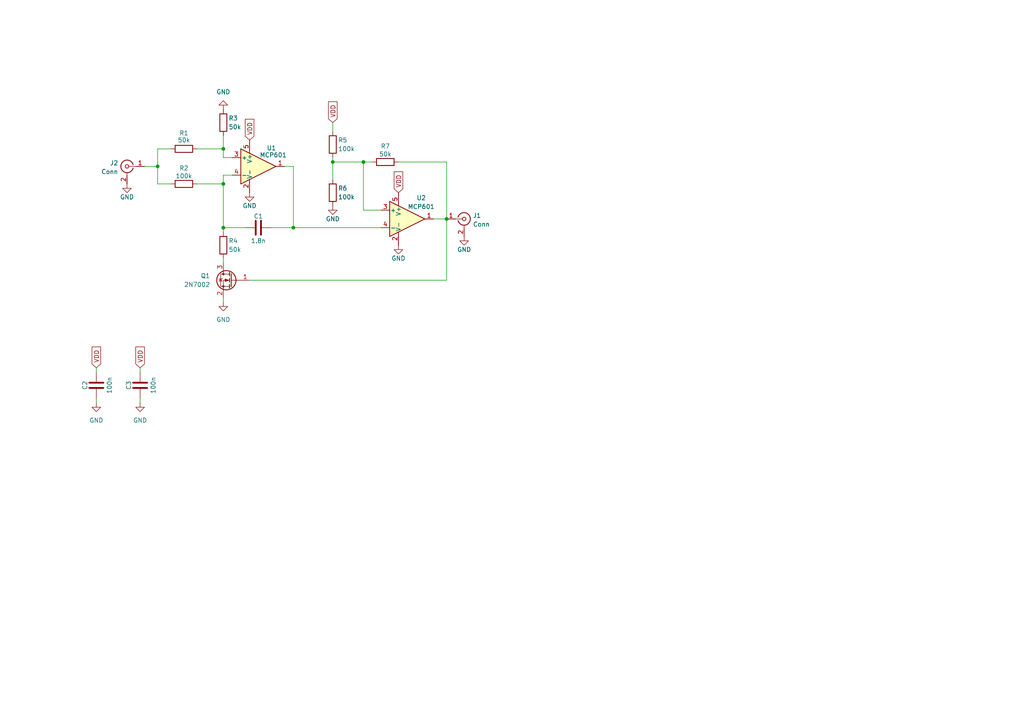
<source format=kicad_sch>
(kicad_sch (version 20250114) (generator "eeschema") (generator_version "9.0")
  (paper "A4")
  (lib_symbols
    (symbol "Amplifier_Operational:MCP601-xOT" (pin_names (offset 0.127))
      (property "Reference" "U" (at -1.27 6.35 0))
      (property "Value" "MCP601-xOT" (at -1.27 3.81 0))
      (symbol "MCP601-xOT_0_1"
        (polyline (pts (xy -5.08 5.08) (xy 5.08 0) (xy -5.08 -5.08) (xy -5.08 5.08)) (stroke (width 0.254)) (fill (type background)))
        (pin power_in line (at -2.54 7.62 270) (length 3.81) (name "V+") (number "5"))
        (pin power_in line (at -2.54 -7.62 90) (length 3.81) (name "V-") (number "2"))
      )
      (symbol "MCP601-xOT_1_1"
        (pin input line (at -7.62 2.54 0) (length 2.54) (name "+") (number "3"))
        (pin input line (at -7.62 -2.54 0) (length 2.54) (name "-") (number "4"))
        (pin output line (at 7.62 0 180) (length 2.54) (name "~") (number "1"))
      )
    )
    (symbol "Connector:Conn_Coaxial" (pin_names (offset 1.016) (hide yes))
      (property "Reference" "J" (at 0.254 3.048 0))
      (property "Value" "Conn_Coaxial" (at 2.921 0 90))
      (symbol "Conn_Coaxial_0_1"
        (polyline (pts (xy -2.54 0) (xy -0.508 0)))
        (arc (start 1.778 0) (mid 0.222 -1.8079) (end -1.778 -0.508) (stroke (width 0.254)))
        (arc (start -1.778 0.508) (mid 0.2221 1.8084) (end 1.778 0) (stroke (width 0.254)))
        (circle (center 0 0) (radius 0.508) (stroke (width 0.2032)))
        (polyline (pts (xy 0 -2.54) (xy 0 -1.778)))
      )
      (symbol "Conn_Coaxial_1_1"
        (pin passive line (at -5.08 0 0) (length 2.54) (name "In") (number "1"))
        (pin passive line (at 0 -5.08 90) (length 2.54) (name "Ext") (number "2"))
      )
    )
    (symbol "Device:C" (pin_numbers (hide yes)) (pin_names (offset 0.254))
      (property "Reference" "C" (at 0.635 2.54 0))
      (property "Value" "C" (at 0.635 -2.54 0))
      (symbol "C_0_1"
        (polyline (pts (xy -2.032 0.762) (xy 2.032 0.762)) (stroke (width 0.508)))
        (polyline (pts (xy -2.032 -0.762) (xy 2.032 -0.762)) (stroke (width 0.508)))
      )
      (symbol "C_1_1"
        (pin passive line (at 0 3.81 270) (length 2.794) (name "~") (number "1"))
        (pin passive line (at 0 -3.81 90) (length 2.794) (name "~") (number "2"))
      )
    )
    (symbol "Device:R" (pin_numbers (hide yes)) (pin_names (offset 0))
      (property "Reference" "R" (at 2.032 0 90))
      (property "Value" "R" (at 0 0 90))
      (symbol "R_0_1"
        (rectangle (start -1.016 -2.54) (end 1.016 2.54) (stroke (width 0.254)))
      )
      (symbol "R_1_1"
        (pin passive line (at 0 3.81 270) (length 1.27) (name "~") (number "1"))
        (pin passive line (at 0 -3.81 90) (length 1.27) (name "~") (number "2"))
      )
    )
    (symbol "Transistor_FET:2N7002" (pin_names (hide yes))
      (property "Reference" "Q" (at 5.08 1.905 0))
      (property "Value" "2N7002" (at 5.08 0 0))
      (symbol "2N7002_0_1"
        (polyline (pts (xy 0.254 1.905) (xy 0.254 -1.905)) (stroke (width 0.254)))
        (polyline (pts (xy 0.254 0) (xy -2.54 0)))
        (polyline (pts (xy 0.762 2.286) (xy 0.762 1.27)) (stroke (width 0.254)))
        (polyline (pts (xy 0.762 0.508) (xy 0.762 -0.508)) (stroke (width 0.254)))
        (polyline (pts (xy 0.762 -1.27) (xy 0.762 -2.286)) (stroke (width 0.254)))
        (polyline (pts (xy 0.762 -1.778) (xy 3.302 -1.778) (xy 3.302 1.778) (xy 0.762 1.778)))
        (polyline (pts (xy 1.016 0) (xy 2.032 0.381) (xy 2.032 -0.381) (xy 1.016 0)) (fill (type outline)))
        (circle (center 1.651 0) (radius 2.794) (stroke (width 0.254)))
        (polyline (pts (xy 2.54 2.54) (xy 2.54 1.778)))
        (circle (center 2.54 1.778) (radius 0.254) (fill (type outline)))
        (circle (center 2.54 -1.778) (radius 0.254) (fill (type outline)))
        (polyline (pts (xy 2.54 -2.54) (xy 2.54 0) (xy 0.762 0)))
        (polyline (pts (xy 2.794 0.508) (xy 2.921 0.381) (xy 3.683 0.381) (xy 3.81 0.254)))
        (polyline (pts (xy 3.302 0.381) (xy 2.921 -0.254) (xy 3.683 -0.254) (xy 3.302 0.381)))
      )
      (symbol "2N7002_1_1"
        (pin input line (at -5.08 0 0) (length 2.54) (name "G") (number "1"))
        (pin passive line (at 2.54 5.08 270) (length 2.54) (name "D") (number "3"))
        (pin passive line (at 2.54 -5.08 90) (length 2.54) (name "S") (number "2"))
      )
    )
    (symbol "power:GND" (power) (pin_numbers (hide yes)) (pin_names (offset 0) (hide yes))
      (property "Value" "GND" (at 0 -3.81 0))
      (symbol "GND_0_1"
        (polyline (pts (xy 0 0) (xy 0 -1.27) (xy 1.27 -1.27) (xy 0 -2.54) (xy -1.27 -1.27) (xy 0 -1.27)))
      )
      (symbol "GND_1_1"
        (pin power_in line (at 0 0 270) (length 0) (name "~") (number "1"))
      )
    )
  )
  (junction (at 85.09 66.04))
  (junction (at 129.54 63.5))
  (junction (at 64.77 66.04))
  (junction (at 64.77 53.34))
  (junction (at 45.72 48.26))
  (junction (at 105.41 46.99))
  (junction (at 64.77 43.18))
  (junction (at 96.52 46.99))
  (wire (pts (xy 40.64 115.57) (xy 40.64 116.84)))
  (wire (pts (xy 105.41 46.99) (xy 107.95 46.99)))
  (wire (pts (xy 85.09 66.04) (xy 110.49 66.04)))
  (wire (pts (xy 45.72 48.26) (xy 45.72 53.34)))
  (wire (pts (xy 40.64 106.68) (xy 40.64 107.95)))
  (wire (pts (xy 96.52 46.99) (xy 96.52 52.07)))
  (wire (pts (xy 64.77 66.04) (xy 64.77 53.34)))
  (wire (pts (xy 41.91 48.26) (xy 45.72 48.26)))
  (wire (pts (xy 27.94 106.68) (xy 27.94 107.95)))
  (wire (pts (xy 64.77 76.2) (xy 64.77 74.93)))
  (wire (pts (xy 71.12 66.04) (xy 64.77 66.04)))
  (wire (pts (xy 105.41 60.96) (xy 110.49 60.96)))
  (wire (pts (xy 64.77 66.04) (xy 64.77 67.31)))
  (wire (pts (xy 96.52 38.1) (xy 96.52 35.56)))
  (wire (pts (xy 85.09 66.04) (xy 85.09 48.26)))
  (wire (pts (xy 85.09 48.26) (xy 82.55 48.26)))
  (wire (pts (xy 129.54 81.28) (xy 129.54 63.5)))
  (wire (pts (xy 115.57 46.99) (xy 129.54 46.99)))
  (wire (pts (xy 96.52 45.72) (xy 96.52 46.99)))
  (wire (pts (xy 27.94 115.57) (xy 27.94 116.84)))
  (wire (pts (xy 129.54 46.99) (xy 129.54 63.5)))
  (wire (pts (xy 67.31 45.72) (xy 64.77 45.72)))
  (wire (pts (xy 45.72 43.18) (xy 49.53 43.18)))
  (wire (pts (xy 78.74 66.04) (xy 85.09 66.04)))
  (wire (pts (xy 64.77 50.8) (xy 64.77 53.34)))
  (wire (pts (xy 67.31 50.8) (xy 64.77 50.8)))
  (wire (pts (xy 64.77 39.37) (xy 64.77 43.18)))
  (wire (pts (xy 49.53 53.34) (xy 45.72 53.34)))
  (wire (pts (xy 64.77 86.36) (xy 64.77 87.63)))
  (wire (pts (xy 96.52 46.99) (xy 105.41 46.99)))
  (wire (pts (xy 45.72 43.18) (xy 45.72 48.26)))
  (wire (pts (xy 57.15 53.34) (xy 64.77 53.34)))
  (wire (pts (xy 64.77 43.18) (xy 64.77 45.72)))
  (wire (pts (xy 105.41 46.99) (xy 105.41 60.96)))
  (wire (pts (xy 72.39 81.28) (xy 129.54 81.28)))
  (wire (pts (xy 125.73 63.5) (xy 129.54 63.5)))
  (wire (pts (xy 57.15 43.18) (xy 64.77 43.18)))
  (global_label "VDD" (shape input) (at 115.57 55.88 90) (property "Intersheetrefs" "${INTERSHEET_REFS}" (effects (hide yes))))
  (global_label "VDD" (shape input) (at 96.52 35.56 90) (property "Intersheetrefs" "${INTERSHEET_REFS}" (effects (hide yes))))
  (global_label "VDD" (shape input) (at 72.39 40.64 90) (property "Intersheetrefs" "${INTERSHEET_REFS}" (effects (hide yes))))
  (global_label "VDD" (shape input) (at 27.94 106.68 90) (property "Intersheetrefs" "${INTERSHEET_REFS}" (effects (hide yes))))
  (global_label "VDD" (shape input) (at 40.64 106.68 90) (property "Intersheetrefs" "${INTERSHEET_REFS}" (effects (hide yes))))
  (symbol (lib_id "Amplifier_Operational:MCP601-xOT") (at 118.11 63.5 0) (unit 1)
    (property "Reference" "U2" (at 122.174 57.404 0))
    (property "Value" "MCP601" (at 122.174 59.944 0))
    (property "Footprint" "Package_TO_SOT_SMD:SOT-23-5_HandSoldering" (effects (hide yes)))
    (property "Datasheet" "http://ww1.microchip.com/downloads/en/DeviceDoc/21314g.pdf" (effects (hide yes)))
    (property "Description" "Single 2.7V to 6.0V Single Supply CMOS Op Amps, SOT-23-5" (effects (hide yes)))
  )
  (symbol (lib_id "Device:R") (at 53.34 43.18 90) (unit 1)
    (property "Reference" "R1" (at 53.34 38.608 90))
    (property "Value" "50k" (at 53.34 40.64 90))
    (property "Footprint" "Resistor_SMD:R_0805_2012Metric_Pad1.20x1.40mm_HandSolder" (effects (hide yes)))
    (property "Description" "Resistor" (effects (hide yes)))
  )
  (symbol (lib_id "Device:C") (at 27.94 111.76 180) (unit 1)
    (property "Reference" "C2" (at 24.638 111.76 90))
    (property "Value" "100n" (at 31.75 111.76 90))
    (property "Footprint" "Capacitor_SMD:C_0805_2012Metric" (effects (hide yes)))
    (property "Description" "Unpolarized capacitor" (effects (hide yes)))
  )
  (symbol (lib_id "Device:C") (at 74.93 66.04 90) (unit 1)
    (property "Reference" "C1" (at 74.93 62.738 90))
    (property "Value" "1.8n" (at 74.93 69.85 90))
    (property "Footprint" "Capacitor_SMD:C_0805_2012Metric" (effects (hide yes)))
    (property "Description" "Unpolarized capacitor" (effects (hide yes)))
  )
  (symbol (lib_id "power:GND") (at 72.39 55.88 0) (unit 1)
    (property "Reference" "#PWR04" (effects (hide yes)))
    (property "Value" "GND" (at 72.39 59.69 0))
    (property "Description" "Power symbol creates a global label with name \"GND\" , ground" (effects (hide yes)))
  )
  (symbol (lib_id "power:GND") (at 40.64 116.84 0) (unit 1)
    (property "Reference" "#PWR09" (effects (hide yes)))
    (property "Value" "GND" (at 40.64 121.92 0))
    (property "Description" "Power symbol creates a global label with name \"GND\" , ground" (effects (hide yes)))
  )
  (symbol (lib_id "Connector:Conn_Coaxial") (at 134.62 63.5 0) (unit 1)
    (property "Reference" "J1" (at 137.16 62.5231 0) (effects (justify left)))
    (property "Value" "Conn" (at 137.16 65.0631 0) (effects (justify left)))
    (property "Footprint" "TestPoint:TestPoint_2Pads_Pitch2.54mm_Drill0.8mm" (effects (hide yes)))
    (property "Description" "coaxial connector (BNC, SMA, SMB, SMC, Cinch/RCA, LEMO, ...)" (effects (hide yes)))
  )
  (symbol (lib_id "Device:C") (at 40.64 111.76 180) (unit 1)
    (property "Reference" "C3" (at 37.338 111.76 90))
    (property "Value" "100n" (at 44.45 111.76 90))
    (property "Footprint" "Capacitor_SMD:C_0805_2012Metric" (effects (hide yes)))
    (property "Description" "Unpolarized capacitor" (effects (hide yes)))
  )
  (symbol (lib_id "Device:R") (at 96.52 41.91 180) (unit 1)
    (property "Reference" "R5" (at 98.044 40.64 0) (effects (justify right)))
    (property "Value" "100k" (at 98.044 43.18 0) (effects (justify right)))
    (property "Footprint" "Resistor_SMD:R_0805_2012Metric_Pad1.20x1.40mm_HandSolder" (effects (hide yes)))
    (property "Description" "Resistor" (effects (hide yes)))
  )
  (symbol (lib_id "power:GND") (at 96.52 59.69 0) (unit 1)
    (property "Reference" "#PWR03" (effects (hide yes)))
    (property "Value" "GND" (at 96.52 63.5 0))
    (property "Description" "Power symbol creates a global label with name \"GND\" , ground" (effects (hide yes)))
  )
  (symbol (lib_id "power:GND") (at 64.77 87.63 0) (unit 1)
    (property "Reference" "#PWR02" (effects (hide yes)))
    (property "Value" "GND" (at 64.77 92.71 0))
    (property "Description" "Power symbol creates a global label with name \"GND\" , ground" (effects (hide yes)))
  )
  (symbol (lib_id "power:GND") (at 36.83 53.34 0) (unit 1)
    (property "Reference" "#PWR07" (effects (hide yes)))
    (property "Value" "GND" (at 36.83 57.15 0))
    (property "Description" "Power symbol creates a global label with name \"GND\" , ground" (effects (hide yes)))
  )
  (symbol (lib_id "power:GND") (at 27.94 116.84 0) (unit 1)
    (property "Reference" "#PWR08" (effects (hide yes)))
    (property "Value" "GND" (at 27.94 121.92 0))
    (property "Description" "Power symbol creates a global label with name \"GND\" , ground" (effects (hide yes)))
  )
  (symbol (lib_id "power:GND") (at 115.57 71.12 0) (unit 1)
    (property "Reference" "#PWR05" (effects (hide yes)))
    (property "Value" "GND" (at 115.57 74.93 0))
    (property "Description" "Power symbol creates a global label with name \"GND\" , ground" (effects (hide yes)))
  )
  (symbol (lib_id "power:GND") (at 134.62 68.58 0) (unit 1)
    (property "Reference" "#PWR06" (effects (hide yes)))
    (property "Value" "GND" (at 134.62 72.39 0))
    (property "Description" "Power symbol creates a global label with name \"GND\" , ground" (effects (hide yes)))
  )
  (symbol (lib_id "Transistor_FET:2N7002") (at 67.31 81.28 0) (mirror y) (unit 1)
    (property "Reference" "Q1" (at 60.96 80.0099 0) (effects (justify left)))
    (property "Value" "2N7002" (at 60.96 82.5499 0) (effects (justify left)))
    (property "Footprint" "Package_TO_SOT_SMD:SOT-23_Handsoldering" (effects (hide yes)))
    (property "Datasheet" "https://www.onsemi.com/pub/Collateral/NDS7002A-D.PDF" (effects (hide yes)))
    (property "Description" "0.115A Id, 60V Vds, N-Channel MOSFET, SOT-23" (effects (hide yes)))
  )
  (symbol (lib_id "Device:R") (at 64.77 35.56 180) (unit 1)
    (property "Reference" "R3" (at 66.294 34.29 0) (effects (justify right)))
    (property "Value" "50k" (at 66.294 36.83 0) (effects (justify right)))
    (property "Footprint" "Resistor_SMD:R_0805_2012Metric_Pad1.20x1.40mm_HandSolder" (effects (hide yes)))
    (property "Description" "Resistor" (effects (hide yes)))
  )
  (symbol (lib_id "Connector:Conn_Coaxial") (at 36.83 48.26 0) (mirror y) (unit 1)
    (property "Reference" "J2" (at 34.29 47.2831 0) (effects (justify left)))
    (property "Value" "Conn" (at 34.29 49.8231 0) (effects (justify left)))
    (property "Footprint" "TestPoint:TestPoint_2Pads_Pitch2.54mm_Drill0.8mm" (effects (hide yes)))
    (property "Description" "coaxial connector (BNC, SMA, SMB, SMC, Cinch/RCA, LEMO, ...)" (effects (hide yes)))
  )
  (symbol (lib_id "Device:R") (at 53.34 53.34 90) (unit 1)
    (property "Reference" "R2" (at 53.34 48.768 90))
    (property "Value" "100k" (at 53.34 51.054 90))
    (property "Footprint" "Resistor_SMD:R_0805_2012Metric_Pad1.20x1.40mm_HandSolder" (effects (hide yes)))
    (property "Description" "Resistor" (effects (hide yes)))
  )
  (symbol (lib_id "Device:R") (at 64.77 71.12 180) (unit 1)
    (property "Reference" "R4" (at 66.294 69.85 0) (effects (justify right)))
    (property "Value" "50k" (at 66.294 72.39 0) (effects (justify right)))
    (property "Footprint" "Resistor_SMD:R_0805_2012Metric_Pad1.20x1.40mm_HandSolder" (effects (hide yes)))
    (property "Description" "Resistor" (effects (hide yes)))
  )
  (symbol (lib_id "Device:R") (at 96.52 55.88 180) (unit 1)
    (property "Reference" "R6" (at 98.044 54.61 0) (effects (justify right)))
    (property "Value" "100k" (at 98.044 57.15 0) (effects (justify right)))
    (property "Footprint" "Resistor_SMD:R_0805_2012Metric_Pad1.20x1.40mm_HandSolder" (effects (hide yes)))
    (property "Description" "Resistor" (effects (hide yes)))
  )
  (symbol (lib_id "Amplifier_Operational:MCP601-xOT") (at 74.93 48.26 0) (unit 1)
    (property "Reference" "U1" (at 78.74 42.926 0))
    (property "Value" "MCP601" (at 79.248 44.958 0))
    (property "Footprint" "Package_TO_SOT_SMD:SOT-23-5_HandSoldering" (effects (hide yes)))
    (property "Datasheet" "http://ww1.microchip.com/downloads/en/DeviceDoc/21314g.pdf" (effects (hide yes)))
    (property "Description" "Single 2.7V to 6.0V Single Supply CMOS Op Amps, SOT-23-5" (effects (hide yes)))
  )
  (symbol (lib_id "Device:R") (at 111.76 46.99 90) (unit 1)
    (property "Reference" "R7" (at 111.76 42.418 90))
    (property "Value" "50k" (at 111.76 44.704 90))
    (property "Footprint" "Resistor_SMD:R_0805_2012Metric_Pad1.20x1.40mm_HandSolder" (effects (hide yes)))
    (property "Description" "Resistor" (effects (hide yes)))
  )
  (symbol (lib_id "power:GND") (at 64.77 31.75 180) (unit 1)
    (property "Reference" "#PWR01" (effects (hide yes)))
    (property "Value" "GND" (at 64.77 26.67 0))
    (property "Description" "Power symbol creates a global label with name \"GND\" , ground" (effects (hide yes)))
  )
)
</source>
